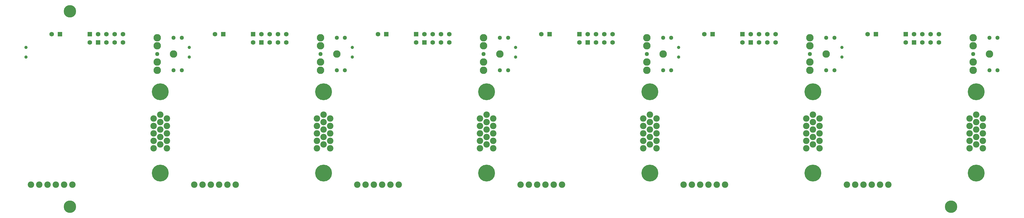
<source format=gbs>
G75*
G70*
%OFA0B0*%
%FSLAX25Y25*%
%IPPOS*%
%LPD*%
%AMOC8*
5,1,8,0,0,1.08239X$1,22.5*
%
%ADD19C,0.05120*%
%ADD39C,0.09000*%
%ADD42R,0.05550X0.05550*%
%ADD50C,0.03940*%
%ADD51C,0.05550*%
%ADD70C,0.20400*%
%ADD76C,0.07800*%
%ADD88C,0.15000*%
X0010000Y0010000D02*
G75*
%LPD*%
D76*
X0022000Y0017000D03*
X0032000Y0017000D03*
X0042000Y0017000D03*
X0052000Y0017000D03*
X0062000Y0017000D03*
X0072000Y0017000D03*
X0170000Y0060940D03*
X0170000Y0069960D03*
X0178000Y0074450D03*
X0186000Y0069960D03*
X0178000Y0065430D03*
X0186000Y0060940D03*
X0186000Y0078980D03*
X0178000Y0083460D03*
X0186000Y0087990D03*
X0178000Y0092480D03*
X0186000Y0097010D03*
X0178000Y0101500D03*
X0170000Y0097010D03*
X0170000Y0087990D03*
X0170000Y0078980D03*
D70*
X0178000Y0030790D03*
X0178000Y0129210D03*
D39*
X0174320Y0155310D03*
X0174320Y0165160D03*
X0194000Y0175000D03*
X0174320Y0184840D03*
X0174320Y0194690D03*
D19*
X0194000Y0194690D03*
X0203850Y0194690D03*
X0174320Y0175000D03*
X0194000Y0155310D03*
X0203850Y0155310D03*
D42*
X0103000Y0189000D03*
X0093000Y0199000D03*
X0057000Y0199000D03*
D51*
X0047000Y0199000D03*
X0093000Y0189000D03*
X0103000Y0199000D03*
X0113000Y0199000D03*
X0123000Y0199000D03*
X0133000Y0199000D03*
X0133000Y0189000D03*
X0123000Y0189000D03*
X0113000Y0189000D03*
D50*
X0016000Y0182910D03*
X0016000Y0171090D03*
X0206850Y0010000D02*
G75*
%LPD*%
D76*
X0218850Y0017000D03*
X0228850Y0017000D03*
X0238850Y0017000D03*
X0248850Y0017000D03*
X0258850Y0017000D03*
X0268850Y0017000D03*
X0366850Y0060940D03*
X0366850Y0069960D03*
X0374850Y0074450D03*
X0382850Y0069960D03*
X0374850Y0065430D03*
X0382850Y0060940D03*
X0382850Y0078980D03*
X0374850Y0083460D03*
X0382850Y0087990D03*
X0374850Y0092480D03*
X0382850Y0097010D03*
X0374850Y0101500D03*
X0366850Y0097010D03*
X0366850Y0087990D03*
X0366850Y0078980D03*
D70*
X0374850Y0030790D03*
X0374850Y0129210D03*
D39*
X0371170Y0155310D03*
X0371170Y0165160D03*
X0390850Y0175000D03*
X0371170Y0184840D03*
X0371170Y0194690D03*
D19*
X0390850Y0194690D03*
X0400700Y0194690D03*
X0371170Y0175000D03*
X0390850Y0155310D03*
X0400700Y0155310D03*
D42*
X0299850Y0189000D03*
X0289850Y0199000D03*
X0253850Y0199000D03*
D51*
X0243850Y0199000D03*
X0289850Y0189000D03*
X0299850Y0199000D03*
X0309850Y0199000D03*
X0319850Y0199000D03*
X0329850Y0199000D03*
X0329850Y0189000D03*
X0319850Y0189000D03*
X0309850Y0189000D03*
D50*
X0212850Y0182910D03*
X0212850Y0171090D03*
X0403700Y0010000D02*
G75*
%LPD*%
D76*
X0415700Y0017000D03*
X0425700Y0017000D03*
X0435700Y0017000D03*
X0445700Y0017000D03*
X0455700Y0017000D03*
X0465700Y0017000D03*
X0563700Y0060940D03*
X0563700Y0069960D03*
X0571700Y0074450D03*
X0579700Y0069960D03*
X0571700Y0065430D03*
X0579700Y0060940D03*
X0579700Y0078980D03*
X0571700Y0083460D03*
X0579700Y0087990D03*
X0571700Y0092480D03*
X0579700Y0097010D03*
X0571700Y0101500D03*
X0563700Y0097010D03*
X0563700Y0087990D03*
X0563700Y0078980D03*
D70*
X0571700Y0030790D03*
X0571700Y0129210D03*
D39*
X0568020Y0155310D03*
X0568020Y0165160D03*
X0587700Y0175000D03*
X0568020Y0184840D03*
X0568020Y0194690D03*
D19*
X0587700Y0194690D03*
X0597550Y0194690D03*
X0568020Y0175000D03*
X0587700Y0155310D03*
X0597550Y0155310D03*
D42*
X0496700Y0189000D03*
X0486700Y0199000D03*
X0450700Y0199000D03*
D51*
X0440700Y0199000D03*
X0486700Y0189000D03*
X0496700Y0199000D03*
X0506700Y0199000D03*
X0516700Y0199000D03*
X0526700Y0199000D03*
X0526700Y0189000D03*
X0516700Y0189000D03*
X0506700Y0189000D03*
D50*
X0409700Y0182910D03*
X0409700Y0171090D03*
X0600550Y0010000D02*
G75*
%LPD*%
D76*
X0612550Y0017000D03*
X0622550Y0017000D03*
X0632550Y0017000D03*
X0642550Y0017000D03*
X0652550Y0017000D03*
X0662550Y0017000D03*
X0760550Y0060940D03*
X0760550Y0069960D03*
X0768550Y0074450D03*
X0776550Y0069960D03*
X0768550Y0065430D03*
X0776550Y0060940D03*
X0776550Y0078980D03*
X0768550Y0083460D03*
X0776550Y0087990D03*
X0768550Y0092480D03*
X0776550Y0097010D03*
X0768550Y0101500D03*
X0760550Y0097010D03*
X0760550Y0087990D03*
X0760550Y0078980D03*
D70*
X0768550Y0030790D03*
X0768550Y0129210D03*
D39*
X0764870Y0155310D03*
X0764870Y0165160D03*
X0784550Y0175000D03*
X0764870Y0184840D03*
X0764870Y0194690D03*
D19*
X0784550Y0194690D03*
X0794400Y0194690D03*
X0764870Y0175000D03*
X0784550Y0155310D03*
X0794400Y0155310D03*
D42*
X0693550Y0189000D03*
X0683550Y0199000D03*
X0647550Y0199000D03*
D51*
X0637550Y0199000D03*
X0683550Y0189000D03*
X0693550Y0199000D03*
X0703550Y0199000D03*
X0713550Y0199000D03*
X0723550Y0199000D03*
X0723550Y0189000D03*
X0713550Y0189000D03*
X0703550Y0189000D03*
D50*
X0606550Y0182910D03*
X0606550Y0171090D03*
X0797400Y0010000D02*
G75*
%LPD*%
D76*
X0809400Y0017000D03*
X0819400Y0017000D03*
X0829400Y0017000D03*
X0839400Y0017000D03*
X0849400Y0017000D03*
X0859400Y0017000D03*
X0957400Y0060940D03*
X0957400Y0069960D03*
X0965400Y0074450D03*
X0973400Y0069960D03*
X0965400Y0065430D03*
X0973400Y0060940D03*
X0973400Y0078980D03*
X0965400Y0083460D03*
X0973400Y0087990D03*
X0965400Y0092480D03*
X0973400Y0097010D03*
X0965400Y0101500D03*
X0957400Y0097010D03*
X0957400Y0087990D03*
X0957400Y0078980D03*
D70*
X0965400Y0030790D03*
X0965400Y0129210D03*
D39*
X0961720Y0155310D03*
X0961720Y0165160D03*
X0981400Y0175000D03*
X0961720Y0184840D03*
X0961720Y0194690D03*
D19*
X0981400Y0194690D03*
X0991250Y0194690D03*
X0961720Y0175000D03*
X0981400Y0155310D03*
X0991250Y0155310D03*
D42*
X0890400Y0189000D03*
X0880400Y0199000D03*
X0844400Y0199000D03*
D51*
X0834400Y0199000D03*
X0880400Y0189000D03*
X0890400Y0199000D03*
X0900400Y0199000D03*
X0910400Y0199000D03*
X0920400Y0199000D03*
X0920400Y0189000D03*
X0910400Y0189000D03*
X0900400Y0189000D03*
D50*
X0803400Y0182910D03*
X0803400Y0171090D03*
X0994250Y0010000D02*
G75*
%LPD*%
D76*
X1006250Y0017000D03*
X1016250Y0017000D03*
X1026250Y0017000D03*
X1036250Y0017000D03*
X1046250Y0017000D03*
X1056250Y0017000D03*
X1154250Y0060940D03*
X1154250Y0069960D03*
X1162250Y0074450D03*
X1170250Y0069960D03*
X1162250Y0065430D03*
X1170250Y0060940D03*
X1170250Y0078980D03*
X1162250Y0083460D03*
X1170250Y0087990D03*
X1162250Y0092480D03*
X1170250Y0097010D03*
X1162250Y0101500D03*
X1154250Y0097010D03*
X1154250Y0087990D03*
X1154250Y0078980D03*
D70*
X1162250Y0030790D03*
X1162250Y0129210D03*
D39*
X1158570Y0155310D03*
X1158570Y0165160D03*
X1178250Y0175000D03*
X1158570Y0184840D03*
X1158570Y0194690D03*
D19*
X1178250Y0194690D03*
X1188100Y0194690D03*
X1158570Y0175000D03*
X1178250Y0155310D03*
X1188100Y0155310D03*
D42*
X1087250Y0189000D03*
X1077250Y0199000D03*
X1041250Y0199000D03*
D51*
X1031250Y0199000D03*
X1077250Y0189000D03*
X1087250Y0199000D03*
X1097250Y0199000D03*
X1107250Y0199000D03*
X1117250Y0199000D03*
X1117250Y0189000D03*
X1107250Y0189000D03*
X1097250Y0189000D03*
D50*
X1000250Y0182910D03*
X1000250Y0171090D03*
D88*
X0069054Y-009685D03*
X0069054Y0226535D03*
X1132046Y-009685D03*
M02*

</source>
